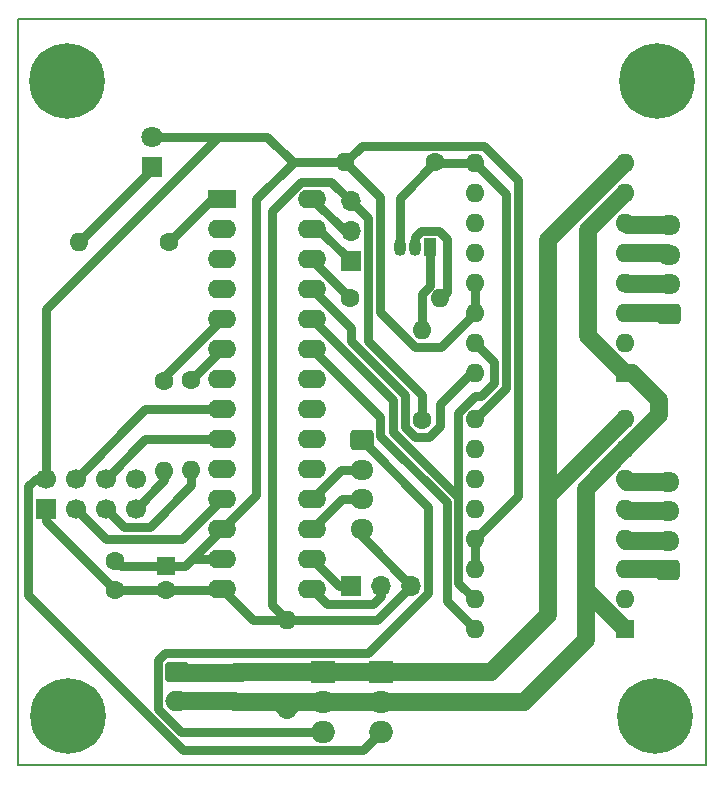
<source format=gbr>
%TF.GenerationSoftware,KiCad,Pcbnew,7.0.10-7.0.10~ubuntu22.04.1*%
%TF.CreationDate,2024-04-21T13:32:48+02:00*%
%TF.ProjectId,axis_control_board,61786973-5f63-46f6-9e74-726f6c5f626f,rev?*%
%TF.SameCoordinates,Original*%
%TF.FileFunction,Copper,L1,Top*%
%TF.FilePolarity,Positive*%
%FSLAX46Y46*%
G04 Gerber Fmt 4.6, Leading zero omitted, Abs format (unit mm)*
G04 Created by KiCad (PCBNEW 7.0.10-7.0.10~ubuntu22.04.1) date 2024-04-21 13:32:48*
%MOMM*%
%LPD*%
G01*
G04 APERTURE LIST*
G04 Aperture macros list*
%AMRoundRect*
0 Rectangle with rounded corners*
0 $1 Rounding radius*
0 $2 $3 $4 $5 $6 $7 $8 $9 X,Y pos of 4 corners*
0 Add a 4 corners polygon primitive as box body*
4,1,4,$2,$3,$4,$5,$6,$7,$8,$9,$2,$3,0*
0 Add four circle primitives for the rounded corners*
1,1,$1+$1,$2,$3*
1,1,$1+$1,$4,$5*
1,1,$1+$1,$6,$7*
1,1,$1+$1,$8,$9*
0 Add four rect primitives between the rounded corners*
20,1,$1+$1,$2,$3,$4,$5,0*
20,1,$1+$1,$4,$5,$6,$7,0*
20,1,$1+$1,$6,$7,$8,$9,0*
20,1,$1+$1,$8,$9,$2,$3,0*%
G04 Aperture macros list end*
%TA.AperFunction,ComponentPad*%
%ADD10C,1.600000*%
%TD*%
%TA.AperFunction,ComponentPad*%
%ADD11R,1.600000X1.600000*%
%TD*%
%TA.AperFunction,ComponentPad*%
%ADD12C,3.600000*%
%TD*%
%TA.AperFunction,ConnectorPad*%
%ADD13C,6.400000*%
%TD*%
%TA.AperFunction,ComponentPad*%
%ADD14R,1.700000X1.700000*%
%TD*%
%TA.AperFunction,ComponentPad*%
%ADD15O,1.700000X1.700000*%
%TD*%
%TA.AperFunction,ComponentPad*%
%ADD16O,1.600000X1.600000*%
%TD*%
%TA.AperFunction,ComponentPad*%
%ADD17R,2.000000X1.905000*%
%TD*%
%TA.AperFunction,ComponentPad*%
%ADD18O,2.000000X1.905000*%
%TD*%
%TA.AperFunction,ComponentPad*%
%ADD19R,1.050000X1.500000*%
%TD*%
%TA.AperFunction,ComponentPad*%
%ADD20O,1.050000X1.500000*%
%TD*%
%TA.AperFunction,ComponentPad*%
%ADD21RoundRect,0.250000X0.725000X-0.600000X0.725000X0.600000X-0.725000X0.600000X-0.725000X-0.600000X0*%
%TD*%
%TA.AperFunction,ComponentPad*%
%ADD22O,1.950000X1.700000*%
%TD*%
%TA.AperFunction,ComponentPad*%
%ADD23R,1.800000X1.800000*%
%TD*%
%TA.AperFunction,ComponentPad*%
%ADD24C,1.800000*%
%TD*%
%TA.AperFunction,ComponentPad*%
%ADD25R,2.400000X1.600000*%
%TD*%
%TA.AperFunction,ComponentPad*%
%ADD26O,2.400000X1.600000*%
%TD*%
%TA.AperFunction,ComponentPad*%
%ADD27RoundRect,0.250000X-0.750000X0.600000X-0.750000X-0.600000X0.750000X-0.600000X0.750000X0.600000X0*%
%TD*%
%TA.AperFunction,ComponentPad*%
%ADD28O,2.000000X1.700000*%
%TD*%
%TA.AperFunction,ComponentPad*%
%ADD29RoundRect,0.250000X-0.725000X0.600000X-0.725000X-0.600000X0.725000X-0.600000X0.725000X0.600000X0*%
%TD*%
%TA.AperFunction,ComponentPad*%
%ADD30C,1.700000*%
%TD*%
%TA.AperFunction,Conductor*%
%ADD31C,0.800000*%
%TD*%
%TA.AperFunction,Conductor*%
%ADD32C,1.500000*%
%TD*%
%TA.AperFunction,Profile*%
%ADD33C,0.200000*%
%TD*%
G04 APERTURE END LIST*
D10*
X145400000Y-121950000D03*
X145400000Y-119450000D03*
D11*
X149725000Y-119925000D03*
D10*
X149725000Y-121925000D03*
D12*
X191150000Y-132575000D03*
D13*
X191150000Y-132575000D03*
D12*
X191275000Y-78825000D03*
D13*
X191275000Y-78825000D03*
D14*
X165400000Y-121550000D03*
D15*
X167940000Y-121550000D03*
X170480000Y-121550000D03*
D11*
X188575000Y-125250000D03*
D16*
X188575000Y-122710000D03*
X188575000Y-120170000D03*
X188575000Y-117630000D03*
X188575000Y-115090000D03*
X188575000Y-112550000D03*
X188575000Y-110010000D03*
X188575000Y-107470000D03*
X175875000Y-107470000D03*
X175875000Y-110010000D03*
X175875000Y-112550000D03*
X175875000Y-115090000D03*
X175875000Y-117630000D03*
X175875000Y-120170000D03*
X175875000Y-122710000D03*
X175875000Y-125250000D03*
D17*
X163000000Y-128850000D03*
D18*
X163000000Y-131390000D03*
X163000000Y-133930000D03*
D12*
X141400000Y-132575000D03*
D13*
X141400000Y-132575000D03*
D19*
X172045000Y-92900000D03*
D20*
X170775000Y-92900000D03*
X169505000Y-92900000D03*
D21*
X192225000Y-120250000D03*
D22*
X192225000Y-117750000D03*
X192225000Y-115250000D03*
X192225000Y-112750000D03*
D11*
X155575000Y-128925000D03*
D10*
X155575000Y-131425000D03*
X151875000Y-104150000D03*
D16*
X151875000Y-111770000D03*
D23*
X148550000Y-86100000D03*
D24*
X148550000Y-83560000D03*
D25*
X154480000Y-88800000D03*
D26*
X154480000Y-91340000D03*
X154480000Y-93880000D03*
X154480000Y-96420000D03*
X154480000Y-98960000D03*
X154480000Y-101500000D03*
X154480000Y-104040000D03*
X154480000Y-106580000D03*
X154480000Y-109120000D03*
X154480000Y-111660000D03*
X154480000Y-114200000D03*
X154480000Y-116740000D03*
X154480000Y-119280000D03*
X154480000Y-121820000D03*
X162100000Y-121820000D03*
X162100000Y-119280000D03*
X162100000Y-116740000D03*
X162100000Y-114200000D03*
X162100000Y-111660000D03*
X162100000Y-109120000D03*
X162100000Y-106580000D03*
X162100000Y-104040000D03*
X162100000Y-101500000D03*
X162100000Y-98960000D03*
X162100000Y-96420000D03*
X162100000Y-93880000D03*
X162100000Y-91340000D03*
X162100000Y-88800000D03*
D10*
X159950000Y-132065000D03*
D16*
X159950000Y-124445000D03*
D11*
X188600000Y-103545000D03*
D16*
X188600000Y-101005000D03*
X188600000Y-98465000D03*
X188600000Y-95925000D03*
X188600000Y-93385000D03*
X188600000Y-90845000D03*
X188600000Y-88305000D03*
X188600000Y-85765000D03*
X175900000Y-85765000D03*
X175900000Y-88305000D03*
X175900000Y-90845000D03*
X175900000Y-93385000D03*
X175900000Y-95925000D03*
X175900000Y-98465000D03*
X175900000Y-101005000D03*
X175900000Y-103545000D03*
D10*
X149550000Y-104225000D03*
D16*
X149550000Y-111845000D03*
D10*
X165325000Y-97225000D03*
D16*
X172945000Y-97225000D03*
D10*
X171375000Y-107570000D03*
D16*
X171375000Y-99950000D03*
D27*
X150650000Y-128825000D03*
D28*
X150650000Y-131325000D03*
D12*
X141375000Y-78825000D03*
D13*
X141375000Y-78825000D03*
D17*
X167925000Y-128840000D03*
D18*
X167925000Y-131380000D03*
X167925000Y-133920000D03*
D29*
X166300000Y-109250000D03*
D22*
X166300000Y-111750000D03*
X166300000Y-114250000D03*
X166300000Y-116750000D03*
D14*
X139525000Y-115025000D03*
D30*
X139525000Y-112485000D03*
X142065000Y-115025000D03*
X142065000Y-112485000D03*
X144605000Y-115025000D03*
X144605000Y-112485000D03*
X147145000Y-115025000D03*
X147145000Y-112485000D03*
D10*
X172500000Y-85700000D03*
D16*
X164880000Y-85700000D03*
D21*
X192275000Y-98545000D03*
D22*
X192275000Y-96045000D03*
X192275000Y-93545000D03*
X192275000Y-91045000D03*
D10*
X149985000Y-92425000D03*
D16*
X142365000Y-92425000D03*
D14*
X165350000Y-94100000D03*
D15*
X165350000Y-91560000D03*
X165350000Y-89020000D03*
D31*
X161127214Y-87400000D02*
X158675000Y-89852214D01*
D32*
X162895000Y-131495000D02*
X163000000Y-131390000D01*
X189145000Y-103545000D02*
X191475000Y-105875000D01*
D31*
X165350000Y-89020000D02*
X163730000Y-87400000D01*
D32*
X179995000Y-131380000D02*
X167925000Y-131380000D01*
X163000000Y-131390000D02*
X160625000Y-131390000D01*
D31*
X166300000Y-117370000D02*
X170480000Y-121550000D01*
X167585000Y-124445000D02*
X159950000Y-124445000D01*
D32*
X160625000Y-131390000D02*
X160590000Y-131425000D01*
D31*
X166800000Y-90470000D02*
X166800000Y-100831572D01*
X145425000Y-121925000D02*
X145400000Y-121950000D01*
D32*
X167915000Y-131390000D02*
X167925000Y-131380000D01*
D31*
X149725000Y-121925000D02*
X154375000Y-121925000D01*
X149700000Y-121950000D02*
X149725000Y-121925000D01*
D32*
X159025000Y-131425000D02*
X155575000Y-131425000D01*
X159950000Y-132065000D02*
X159310000Y-131425000D01*
X188575000Y-110010000D02*
X185250000Y-113335000D01*
X150650000Y-131325000D02*
X155475000Y-131325000D01*
X163000000Y-131390000D02*
X167915000Y-131390000D01*
D31*
X158675000Y-89852214D02*
X158675000Y-123170000D01*
D32*
X191475000Y-105875000D02*
X191475000Y-107110000D01*
X185250000Y-126125000D02*
X179995000Y-131380000D01*
D31*
X145400000Y-121950000D02*
X139525000Y-116075000D01*
D32*
X188600000Y-103545000D02*
X189145000Y-103545000D01*
X185250000Y-113335000D02*
X185250000Y-121925000D01*
D31*
X163730000Y-87400000D02*
X161127214Y-87400000D01*
D32*
X155475000Y-131325000D02*
X155575000Y-131425000D01*
X188600000Y-88305000D02*
X185450000Y-91455000D01*
D31*
X166800000Y-100831572D02*
X171375000Y-105406572D01*
D32*
X185450000Y-91455000D02*
X185450000Y-100395000D01*
X160590000Y-131425000D02*
X159025000Y-131425000D01*
X160625000Y-131390000D02*
X159950000Y-132065000D01*
X185450000Y-100395000D02*
X188600000Y-103545000D01*
D31*
X145400000Y-121950000D02*
X149700000Y-121950000D01*
X170480000Y-121550000D02*
X167585000Y-124445000D01*
X171375000Y-105406572D02*
X171375000Y-107570000D01*
D32*
X185250000Y-121925000D02*
X185250000Y-126125000D01*
D31*
X165350000Y-89020000D02*
X166800000Y-90470000D01*
X159950000Y-124445000D02*
X157105000Y-124445000D01*
X166300000Y-116750000D02*
X166300000Y-117370000D01*
D32*
X159310000Y-131425000D02*
X159025000Y-131425000D01*
D31*
X158675000Y-123170000D02*
X159950000Y-124445000D01*
X139525000Y-116075000D02*
X139525000Y-115025000D01*
X157105000Y-124445000D02*
X154480000Y-121820000D01*
X154375000Y-121925000D02*
X154480000Y-121820000D01*
D32*
X191475000Y-107110000D02*
X188575000Y-110010000D01*
X185250000Y-121925000D02*
X188575000Y-125250000D01*
X188600000Y-98465000D02*
X192195000Y-98465000D01*
X192195000Y-98465000D02*
X192275000Y-98545000D01*
X192275000Y-96045000D02*
X188720000Y-96045000D01*
X188720000Y-96045000D02*
X188600000Y-95925000D01*
X188600000Y-93385000D02*
X192115000Y-93385000D01*
X192115000Y-93385000D02*
X192275000Y-93545000D01*
X188800000Y-91045000D02*
X188600000Y-90845000D01*
X192275000Y-91045000D02*
X188800000Y-91045000D01*
X182050000Y-113995000D02*
X188575000Y-107470000D01*
X150750000Y-128925000D02*
X150650000Y-128825000D01*
X167925000Y-128840000D02*
X177210000Y-128840000D01*
X182050000Y-92315000D02*
X188600000Y-85765000D01*
X163000000Y-128850000D02*
X155650000Y-128850000D01*
X182050000Y-113995000D02*
X182050000Y-92315000D01*
X155575000Y-128925000D02*
X150750000Y-128925000D01*
X182050000Y-124000000D02*
X182050000Y-113995000D01*
X167925000Y-128840000D02*
X163010000Y-128840000D01*
X177210000Y-128840000D02*
X182050000Y-124000000D01*
X155650000Y-128850000D02*
X155575000Y-128925000D01*
X163010000Y-128840000D02*
X163000000Y-128850000D01*
D31*
X172565000Y-85765000D02*
X172500000Y-85700000D01*
X172500000Y-85700000D02*
X169505000Y-88695000D01*
X178500000Y-88365000D02*
X178500000Y-104845000D01*
X175900000Y-85765000D02*
X172565000Y-85765000D01*
X178500000Y-104845000D02*
X175875000Y-107470000D01*
X169505000Y-88695000D02*
X169505000Y-92900000D01*
X175900000Y-85765000D02*
X178500000Y-88365000D01*
X179500000Y-114005000D02*
X175875000Y-117630000D01*
X154480000Y-116740000D02*
X151295000Y-119925000D01*
X173015000Y-101350000D02*
X175900000Y-98465000D01*
X166362500Y-135482500D02*
X151143286Y-135482500D01*
X145875000Y-119925000D02*
X145400000Y-119450000D01*
X167800000Y-98347786D02*
X170802214Y-101350000D01*
X167925000Y-133920000D02*
X166362500Y-135482500D01*
X139525000Y-98175000D02*
X139525000Y-112485000D01*
X151940000Y-119280000D02*
X154480000Y-119280000D01*
X179500000Y-87200000D02*
X179500000Y-114005000D01*
X151143286Y-135482500D02*
X138000000Y-122339214D01*
X175900000Y-98465000D02*
X175900000Y-95925000D01*
X158288528Y-83560000D02*
X148550000Y-83560000D01*
X160428528Y-85796472D02*
X157375000Y-88850000D01*
X164880000Y-85700000D02*
X166280000Y-84300000D01*
X138000000Y-122339214D02*
X138000000Y-113160000D01*
X157375000Y-113845000D02*
X154480000Y-116740000D01*
X149725000Y-119925000D02*
X145875000Y-119925000D01*
X151295000Y-119925000D02*
X149725000Y-119925000D01*
X170802214Y-101350000D02*
X173015000Y-101350000D01*
X175875000Y-120170000D02*
X175875000Y-117630000D01*
X138675000Y-112485000D02*
X139525000Y-112485000D01*
X160428528Y-85700000D02*
X158288528Y-83560000D01*
X160428528Y-85700000D02*
X160428528Y-85796472D01*
X151295000Y-119925000D02*
X151940000Y-119280000D01*
X154140000Y-83560000D02*
X139525000Y-98175000D01*
X157375000Y-88850000D02*
X157375000Y-113845000D01*
X164880000Y-85700000D02*
X160428528Y-85700000D01*
X166280000Y-84300000D02*
X176600000Y-84300000D01*
X138000000Y-113160000D02*
X138675000Y-112485000D01*
X158288528Y-83560000D02*
X154140000Y-83560000D01*
X176600000Y-84300000D02*
X179500000Y-87200000D01*
X164880000Y-85700000D02*
X167800000Y-88620000D01*
X167800000Y-88620000D02*
X167800000Y-98347786D01*
X177500000Y-102605000D02*
X175900000Y-101005000D01*
X174475000Y-114057000D02*
X168950000Y-108532000D01*
X174475000Y-106897214D02*
X174475000Y-114057000D01*
X174475000Y-121310000D02*
X174475000Y-114057000D01*
X175875000Y-122710000D02*
X174475000Y-121310000D01*
X176375000Y-105495000D02*
X175877214Y-105495000D01*
X168950000Y-105810000D02*
X162100000Y-98960000D01*
X168950000Y-108532000D02*
X168950000Y-105810000D01*
X177500000Y-104370000D02*
X177500000Y-102605000D01*
X176375000Y-105495000D02*
X177500000Y-104370000D01*
X175877214Y-105495000D02*
X174475000Y-106897214D01*
X175510786Y-103545000D02*
X172900000Y-106155786D01*
X165400000Y-100845786D02*
X165400000Y-99720000D01*
X169950000Y-108117786D02*
X169950000Y-105395786D01*
X165400000Y-99720000D02*
X162100000Y-96420000D01*
X172005000Y-108970000D02*
X170802214Y-108970000D01*
X172900000Y-106155786D02*
X172900000Y-108075000D01*
X175900000Y-103545000D02*
X175510786Y-103545000D01*
X170802214Y-108970000D02*
X169950000Y-108117786D01*
X169950000Y-105395786D02*
X165400000Y-100845786D01*
X172900000Y-108075000D02*
X172005000Y-108970000D01*
D32*
X188575000Y-120170000D02*
X192145000Y-120170000D01*
X192145000Y-120170000D02*
X192225000Y-120250000D01*
X188695000Y-117750000D02*
X188575000Y-117630000D01*
X192225000Y-117750000D02*
X188695000Y-117750000D01*
X188735000Y-115250000D02*
X188575000Y-115090000D01*
X192225000Y-115250000D02*
X188735000Y-115250000D01*
X192225000Y-112750000D02*
X188775000Y-112750000D01*
X188775000Y-112750000D02*
X188575000Y-112550000D01*
D31*
X173475000Y-114471214D02*
X173475000Y-122850000D01*
X173475000Y-122850000D02*
X175875000Y-125250000D01*
X167875000Y-107275000D02*
X167875000Y-108871214D01*
X167875000Y-108871214D02*
X173475000Y-114471214D01*
X162100000Y-101500000D02*
X167875000Y-107275000D01*
X147970000Y-109120000D02*
X144605000Y-112485000D01*
X154480000Y-109120000D02*
X147970000Y-109120000D01*
X147970000Y-106580000D02*
X142065000Y-112485000D01*
X154480000Y-106580000D02*
X147970000Y-106580000D01*
X172045000Y-96152214D02*
X171375000Y-96822214D01*
X171375000Y-96822214D02*
X171375000Y-99950000D01*
X172045000Y-92900000D02*
X172045000Y-96152214D01*
X148550000Y-86240000D02*
X148550000Y-86100000D01*
X142365000Y-92425000D02*
X148550000Y-86240000D01*
X164370000Y-121550000D02*
X162100000Y-119280000D01*
X165400000Y-121550000D02*
X164370000Y-121550000D01*
X163355000Y-123075000D02*
X162100000Y-121820000D01*
X167940000Y-121550000D02*
X167940000Y-122395344D01*
X167260344Y-123075000D02*
X163355000Y-123075000D01*
X167940000Y-122395344D02*
X167260344Y-123075000D01*
X172945000Y-97225000D02*
X173507129Y-96662871D01*
X171271472Y-91550000D02*
X170775000Y-92046472D01*
X170775000Y-92046472D02*
X170775000Y-92900000D01*
X173507129Y-96662871D02*
X173507129Y-92238601D01*
X172818528Y-91550000D02*
X171271472Y-91550000D01*
X173507129Y-92238601D02*
X172818528Y-91550000D01*
X154480000Y-88800000D02*
X153610000Y-88800000D01*
X153610000Y-88800000D02*
X149985000Y-92425000D01*
X162100000Y-93880000D02*
X162100000Y-94000000D01*
X162100000Y-94000000D02*
X165325000Y-97225000D01*
X149550000Y-111845000D02*
X149550000Y-112620000D01*
X149550000Y-112620000D02*
X147145000Y-115025000D01*
X148375000Y-116575000D02*
X146155000Y-116575000D01*
X151875000Y-111770000D02*
X151875000Y-113075000D01*
X146155000Y-116575000D02*
X144605000Y-115025000D01*
X151875000Y-113075000D02*
X148375000Y-116575000D01*
X154480000Y-114200000D02*
X151105000Y-117575000D01*
X144615000Y-117575000D02*
X142065000Y-115025000D01*
X151105000Y-117575000D02*
X144615000Y-117575000D01*
X166300000Y-114250000D02*
X164590000Y-114250000D01*
X164590000Y-114250000D02*
X162100000Y-116740000D01*
X164550000Y-111750000D02*
X162100000Y-114200000D01*
X166300000Y-111750000D02*
X164550000Y-111750000D01*
X162100000Y-91340000D02*
X162590000Y-91340000D01*
X162590000Y-91340000D02*
X165350000Y-94100000D01*
X165350000Y-91560000D02*
X164860000Y-91560000D01*
X164860000Y-91560000D02*
X162100000Y-88800000D01*
X171930000Y-122220000D02*
X166862500Y-127287500D01*
X171930000Y-122220000D02*
X171930000Y-114880000D01*
X151005000Y-133930000D02*
X163000000Y-133930000D01*
X166862500Y-127287500D02*
X149635418Y-127287500D01*
X149635418Y-127287500D02*
X149050000Y-127872918D01*
X149050000Y-131975000D02*
X151005000Y-133930000D01*
X171930000Y-114880000D02*
X166300000Y-109250000D01*
X149050000Y-127872918D02*
X149050000Y-131975000D01*
X154480000Y-98960000D02*
X149550000Y-103890000D01*
X149550000Y-103890000D02*
X149550000Y-104225000D01*
X154480000Y-101500000D02*
X154480000Y-101545000D01*
X154480000Y-101545000D02*
X151875000Y-104150000D01*
D33*
X137225000Y-73600000D02*
X195475000Y-73600000D01*
X195475000Y-136750000D01*
X137225000Y-136750000D01*
X137225000Y-73600000D01*
M02*

</source>
